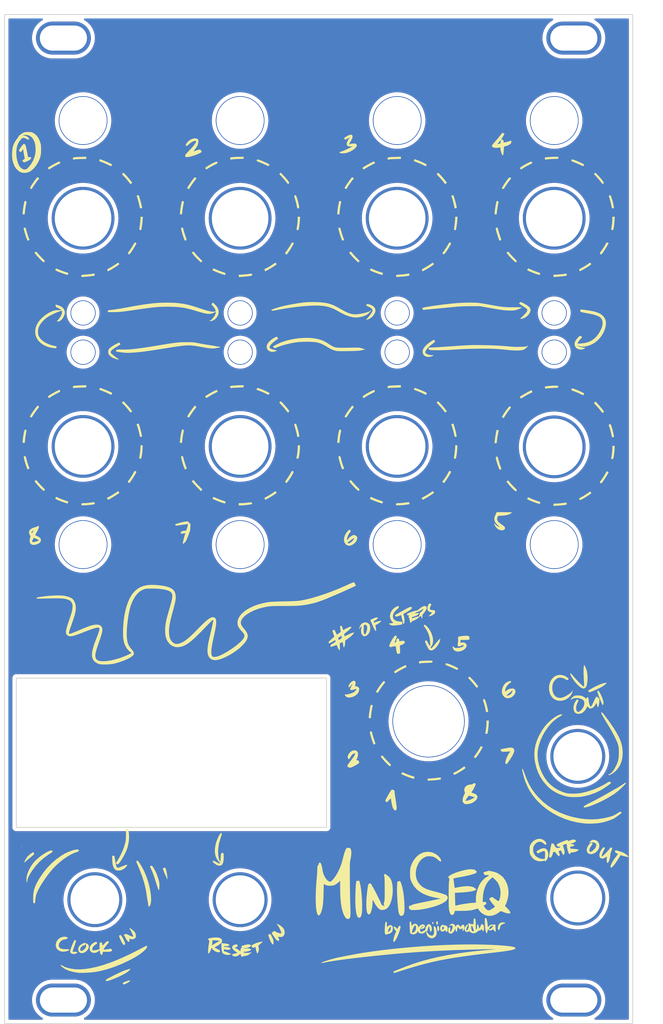
<source format=kicad_pcb>
(kicad_pcb (version 20240108) (generator "pcbnew") (generator_version "8.0")
  (title_block (title "MiniSeq") (rev "v0.1") (company "benjiaomodular"))
  (layers (0 "F.Cu" signal) (31 "B.Cu" signal) (34 "B.Paste" user) (35 "F.Paste" user) (36 "B.SilkS" user "B.Silkscreen") (37 "F.SilkS" user "F.Silkscreen") (38 "B.Mask" user) (39 "F.Mask" user) (44 "Edge.Cuts" user))
  (net 0 "")
  (footprint "benjiaomodular:PanelHole_Potentiometer_RV09" (layer "F.Cu") (at 102.5 77.5 -90)
    (property "Reference" "REF**" (hide yes))
    (property "Value" "PanelHole_Potentiometer_RV09" (hide yes))
    (pad "" np_thru_hole circle (at 7.5 2.5) (size 8 8) (drill 7.2) (layers "F&B.Cu" "*.Mask"))
  )
  (footprint "benjiaomodular:PanelHole_Potentiometer_RV09" (layer "F.Cu") (at 97.5 63.4425 90)
    (property "Reference" "REF**" (hide yes))
    (property "Value" "PanelHole_Potentiometer_RV09" (hide yes))
    (pad "" np_thru_hole circle (at 7.5 2.5 180) (size 8 8) (drill 7.2) (layers "F&B.Cu" "*.Mask"))
  )
  (footprint "benjiaomodular:PanelHole_Potentiometer_RV09" (layer "F.Cu") (at 82.5 77.5 -90)
    (property "Reference" "REF**" (hide yes))
    (property "Value" "PanelHole_Potentiometer_RV09" (hide yes))
    (pad "" np_thru_hole circle (at 7.5 2.5) (size 8 8) (drill 7.2) (layers "F&B.Cu" "*.Mask"))
  )
  (footprint "benjiaomodular:PanelHole_Potentiometer_RV09" (layer "F.Cu") (at 57.5 63.4425 90)
    (property "Reference" "REF**" (hide yes))
    (property "Value" "PanelHole_Potentiometer_RV09" (hide yes))
    (pad "" np_thru_hole circle (at 7.5 2.5 180) (size 8 8) (drill 7.2) (layers "F&B.Cu" "*.Mask"))
  )
  (footprint "LOGO" (layer "F.Cu") (at 90 94)
    (property "Reference" "G***" (hide yes))
    (property "Value" "LOGO" (hide yes))
  )
  (footprint "benjiaomodular:Panel_16HP" (layer "F.Cu") (at 50 30)
    (property "Reference" "REF**")
    (property "Value" "Panel_16HP")
    (pad "" thru_hole oval (at 7.5 3) (size 7 4.2) (drill oval 6 3.2) (layers "*.Cu" "*.Mask"))
    (pad "" thru_hole oval (at 7.5 125.5) (size 7 4.2) (drill oval 6 3.2) (layers "*.Cu" "*.Mask"))
    (pad "" thru_hole oval (at 72.5 3) (size 7 4.2) (drill oval 6 3.2) (layers "*.Cu" "*.Mask"))
    (pad "" thru_hole oval (at 72.5 125.5) (size 7 4.2) (drill oval 6 3.2) (layers "*.Cu" "*.Mask"))
  )
  (footprint "benjiaomodular:PanelHole_AudioJack_3.5mm" (layer "F.Cu") (at 123 136)
    (property "Reference" "REF**")
    (property "Value" "PanelHole_AudioJack_3.5mm")
    (pad "" np_thru_hole circle (at 0 6.5 180) (size 7 7) (drill 6.2) (layers "F&B.Cu" "*.Mask"))
  )
  (footprint "benjiaomodular:PanelHole_Potentiometer_RV09" (layer "F.Cu") (at 77.5 63.4425 90)
    (property "Reference" "REF**" (hide yes))
    (property "Value" "PanelHole_Potentiometer_RV09" (hide yes))
    (pad "" np_thru_hole circle (at 7.5 2.5 180) (size 8 8) (drill 7.2) (layers "F&B.Cu" "*.Mask"))
  )
  (footprint "benjiaomodular:PanelHole_AudioJack_3.5mm" (layer "F.Cu") (at 61.5 136.22)
    (property "Reference" "REF**")
    (property "Value" "PanelHole_AudioJack_3.5mm")
    (pad "" np_thru_hole circle (at 0 6.5 180) (size 7 7) (drill 6.2) (layers "*.Cu" "*.Mask"))
  )
  (footprint "benjiaomodular:PanelHole_Potentiometer_RV09" (layer "F.Cu") (at 122.5 77.5575 -90)
    (property "Reference" "REF**" (hide yes))
    (property "Value" "PanelHole_Potentiometer_RV09" (hide yes))
    (pad "" np_thru_hole circle (at 7.5 2.5) (size 8 8) (drill 7.2) (layers "F&B.Cu" "*.Mask"))
  )
  (footprint "benjiaomodular:PanelHole_Potentiometer_RV09" (layer "F.Cu") (at 62.5 77.5 -90)
    (property "Reference" "REF**" (hide yes))
    (property "Value" "PanelHole_Potentiometer_RV09" (hide yes))
    (pad "" np_thru_hole circle (at 7.5 2.5) (size 8 8) (drill 7.2) (layers "F&B.Cu" "*.Mask"))
  )
  (footprint "benjiaomodular:PanelHole_AudioJack_3.5mm" (layer "F.Cu") (at 80 136.22)
    (property "Reference" "REF**")
    (property "Value" "PanelHole_AudioJack_3.5mm")
    (pad "" np_thru_hole circle (at 0 6.5 180) (size 7 7) (drill 6.2) (layers "*.Cu" "*.Mask"))
  )
  (footprint "benjiaomodular:PanelHole_Potentiometer_RV09" (layer "F.Cu") (at 117.5 63.4425 90)
    (property "Reference" "REF**" (hide yes))
    (property "Value" "PanelHole_Potentiometer_RV09" (hide yes))
    (pad "" np_thru_hole circle (at 7.5 2.5 180) (size 8 8) (drill 7.2) (layers "F&B.Cu" "*.Mask"))
  )
  (footprint "benjiaomodular:PanelHole_AudioJack_3.5mm" (layer "F.Cu") (at 123 117.97)
    (property "Reference" "REF**")
    (property "Value" "PanelHole_AudioJack_3.5mm")
    (pad "" np_thru_hole circle (at 0 6.5 180) (size 7 7) (drill 6.2) (layers "*.Cu" "*.Mask"))
  )
  (gr_rect (start 50 30) (end 130 158.5) (stroke (width 0.1)) (fill none) (layer "Edge.Cuts"))
  (gr_rect (start 51.5 114.5) (end 91 133.5) (stroke (width 0.1)) (fill none) (layer "Edge.Cuts"))
  (via (at 60 43.5) (size 6.2) (drill 6) (layers "F.Cu" "B.Cu") (net 0))
  (via (at 120 43.5) (size 6.2) (drill 6) (layers "F.Cu" "B.Cu") (net 0))
  (via (at 80 73) (size 3.2) (drill 3) (layers "F.Cu" "B.Cu") (net 0))
  (via (at 80 68) (size 3.2) (drill 3) (layers "F.Cu" "B.Cu") (net 0))
  (via (at 100 73) (size 3.2) (drill 3) (layers "F.Cu" "B.Cu") (net 0))
  (via (at 120 97.5) (size 6.2) (drill 6) (layers "F.Cu" "B.Cu") (net 0))
  (via (at 80 43.5) (size 6.2) (drill 6) (layers "F.Cu" "B.Cu") (net 0))
  (via (at 120 73) (size 3.2) (drill 3) (layers "F.Cu" "B.Cu") (net 0))
  (via (at 60 73) (size 3.2) (drill 3) (layers "F.Cu" "B.Cu") (net 0))
  (via (at 120 68) (size 3.2) (drill 3) (layers "F.Cu" "B.Cu") (net 0))
  (via (at 60 97.5) (size 6.2) (drill 6) (layers "F.Cu" "B.Cu") (net 0))
  (via (at 100 97.5) (size 6.2) (drill 6) (layers "F.Cu" "B.Cu") (net 0))
  (via (at 80 97.5) (size 6.2) (drill 6) (layers "F.Cu" "B.Cu") (net 0))
  (via (at 60 68) (size 3.2) (drill 3) (layers "F.Cu" "B.Cu") (net 0))
  (via (at 100 68) (size 3.2) (drill 3) (layers "F.Cu" "B.Cu") (net 0))
  (via (at 100 43.5) (size 6.2) (drill 6) (layers "F.Cu" "B.Cu") (net 0))
  (via (at 104 120) (size 9.2) (drill 9) (layers "F.Cu" "B.Cu") (net 0))
  (zone (net 0) (net_name "") (layer "F.Cu") (connect_pads (clearance 0.5)) (min_thickness 0.25) (fill yes (thermal_gap 0.5) (thermal_bridge_width 0.5) (island_removal_mode 1) (island_area_min 10))
    (polygon (pts (xy 50.5 30.5) (xy 129.5 30.5) (xy 129.5 158) (xy 50.5 158)))
  )
  (zone (net 0) (net_name "") (layer "B.Cu") (priority 1) (connect_pads (clearance 0.5)) (min_thickness 0.25) (fill yes (thermal_gap 0.5) (thermal_bridge_width 0.5) (island_removal_mode 1) (island_area_min 10))
    (polygon (pts (xy 50.5 30.5) (xy 129.5 30.5) (xy 129.5 158) (xy 50.5 158)))
  )
)
</source>
